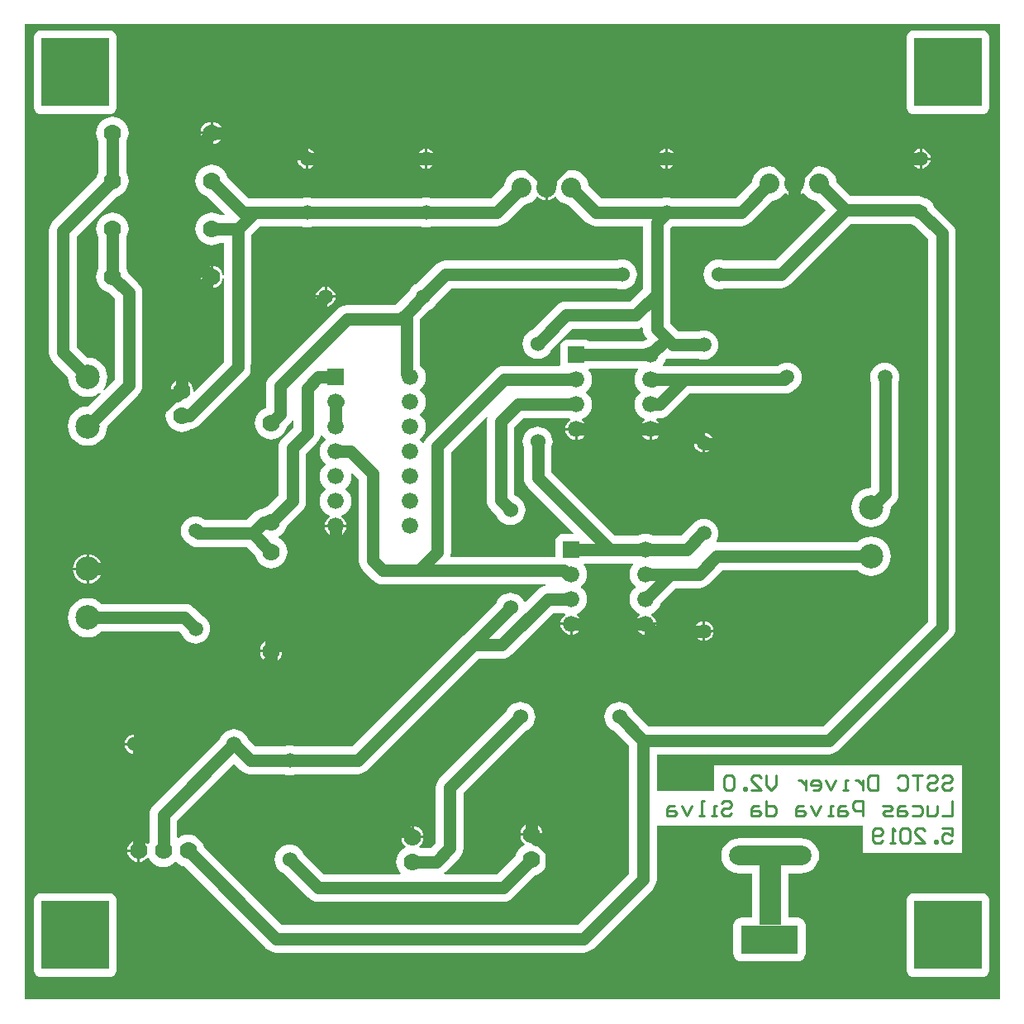
<source format=gbl>
G04 Layer_Physical_Order=2*
G04 Layer_Color=16711680*
%FSLAX25Y25*%
%MOIN*%
G70*
G01*
G75*
%ADD10C,0.01000*%
%ADD11C,0.07000*%
%ADD12C,0.06000*%
%ADD13C,0.09842*%
%ADD14C,0.05905*%
%ADD15R,0.06600X0.06600*%
%ADD16C,0.06600*%
%ADD17C,0.08000*%
%ADD18R,0.27559X0.27559*%
%ADD19C,0.07874*%
%ADD20C,0.05000*%
%ADD21R,0.25500X0.08000*%
%ADD22R,0.08500X0.24000*%
%ADD23R,0.23000X0.11500*%
G36*
X393500Y-393500D02*
X0D01*
Y0D01*
X393500D01*
Y-393500D01*
D02*
G37*
%LPC*%
G36*
X254771Y-242500D02*
X251000D01*
Y-246271D01*
X251623Y-246189D01*
X252669Y-245756D01*
X253567Y-245067D01*
X254256Y-244169D01*
X254689Y-243123D01*
X254771Y-242500D01*
D02*
G37*
G36*
X250000D02*
X246229D01*
X246311Y-243123D01*
X246744Y-244169D01*
X247433Y-245067D01*
X248331Y-245756D01*
X249377Y-246189D01*
X250000Y-246271D01*
Y-242500D01*
D02*
G37*
G36*
X274500Y-240949D02*
Y-244370D01*
X277921D01*
X277851Y-243838D01*
X277453Y-242877D01*
X276819Y-242051D01*
X275993Y-241417D01*
X275032Y-241019D01*
X274500Y-240949D01*
D02*
G37*
G36*
X273500D02*
X272968Y-241019D01*
X272007Y-241417D01*
X271181Y-242051D01*
X270547Y-242877D01*
X270149Y-243838D01*
X270079Y-244370D01*
X273500D01*
Y-240949D01*
D02*
G37*
G36*
X224771Y-242500D02*
X221000D01*
Y-246271D01*
X221622Y-246189D01*
X222669Y-245756D01*
X223567Y-245067D01*
X224256Y-244169D01*
X224689Y-243123D01*
X224771Y-242500D01*
D02*
G37*
G36*
X273500Y-245370D02*
X270079D01*
X270149Y-245902D01*
X270547Y-246864D01*
X271181Y-247689D01*
X272007Y-248323D01*
X272968Y-248721D01*
X273500Y-248791D01*
Y-245370D01*
D02*
G37*
G36*
X25500Y-231540D02*
X23947Y-231693D01*
X22454Y-232146D01*
X21078Y-232882D01*
X19872Y-233872D01*
X18882Y-235078D01*
X18146Y-236454D01*
X17693Y-237947D01*
X17540Y-239500D01*
X17693Y-241053D01*
X18146Y-242546D01*
X18882Y-243922D01*
X19872Y-245128D01*
X21078Y-246118D01*
X22454Y-246854D01*
X23947Y-247307D01*
X25500Y-247460D01*
X27053Y-247307D01*
X28546Y-246854D01*
X29922Y-246118D01*
X31128Y-245128D01*
X31195Y-245047D01*
X62332D01*
X63508Y-246224D01*
X64026Y-247193D01*
X64770Y-248100D01*
X65677Y-248844D01*
X66711Y-249396D01*
X67833Y-249737D01*
X69000Y-249852D01*
X70167Y-249737D01*
X71289Y-249396D01*
X72323Y-248844D01*
X73230Y-248100D01*
X73974Y-247193D01*
X74526Y-246159D01*
X74867Y-245037D01*
X74982Y-243870D01*
X74867Y-242703D01*
X74526Y-241581D01*
X73974Y-240547D01*
X73230Y-239640D01*
X72323Y-238897D01*
X71354Y-238378D01*
X68553Y-235577D01*
X67404Y-234696D01*
X66066Y-234142D01*
X64630Y-233952D01*
X31195D01*
X31128Y-233872D01*
X29922Y-232882D01*
X28546Y-232146D01*
X27053Y-231693D01*
X25500Y-231540D01*
D02*
G37*
G36*
X220000Y-242500D02*
X216229D01*
X216311Y-243123D01*
X216744Y-244169D01*
X217433Y-245067D01*
X218331Y-245756D01*
X219377Y-246189D01*
X220000Y-246271D01*
Y-242500D01*
D02*
G37*
G36*
X277921Y-245370D02*
X274500D01*
Y-248791D01*
X275032Y-248721D01*
X275993Y-248323D01*
X276819Y-247689D01*
X277453Y-246864D01*
X277851Y-245902D01*
X277921Y-245370D01*
D02*
G37*
G36*
X347000Y-136519D02*
X345833Y-136633D01*
X344711Y-136974D01*
X343677Y-137527D01*
X342770Y-138270D01*
X342026Y-139177D01*
X341474Y-140211D01*
X341133Y-141333D01*
X341018Y-142500D01*
X341133Y-143667D01*
X341453Y-144719D01*
Y-187045D01*
X339947Y-187193D01*
X338454Y-187646D01*
X337078Y-188382D01*
X335872Y-189372D01*
X334882Y-190578D01*
X334146Y-191954D01*
X333693Y-193447D01*
X333540Y-195000D01*
X333693Y-196553D01*
X334146Y-198046D01*
X334882Y-199422D01*
X335872Y-200628D01*
X337078Y-201618D01*
X338454Y-202354D01*
X339947Y-202807D01*
X341500Y-202960D01*
X343053Y-202807D01*
X344546Y-202354D01*
X345922Y-201618D01*
X347128Y-200628D01*
X348118Y-199422D01*
X348854Y-198046D01*
X349307Y-196553D01*
X349460Y-195000D01*
X349449Y-194896D01*
X350923Y-193423D01*
X350923Y-193423D01*
X351804Y-192274D01*
X352358Y-190936D01*
X352548Y-189500D01*
Y-144719D01*
X352867Y-143667D01*
X352982Y-142500D01*
X352867Y-141333D01*
X352526Y-140211D01*
X351974Y-139177D01*
X351230Y-138270D01*
X350323Y-137527D01*
X349289Y-136974D01*
X348167Y-136633D01*
X347000Y-136519D01*
D02*
G37*
G36*
X129771Y-203000D02*
X126000D01*
Y-206771D01*
X126622Y-206689D01*
X127669Y-206256D01*
X128567Y-205567D01*
X129256Y-204669D01*
X129689Y-203623D01*
X129771Y-203000D01*
D02*
G37*
G36*
X277921Y-169370D02*
X274500D01*
Y-172791D01*
X275032Y-172721D01*
X275993Y-172323D01*
X276819Y-171689D01*
X277453Y-170863D01*
X277851Y-169902D01*
X277921Y-169370D01*
D02*
G37*
G36*
X273500D02*
X270079D01*
X270149Y-169902D01*
X270547Y-170863D01*
X271181Y-171689D01*
X272007Y-172323D01*
X272968Y-172721D01*
X273500Y-172791D01*
Y-169370D01*
D02*
G37*
G36*
X125000Y-203000D02*
X121229D01*
X121311Y-203623D01*
X121744Y-204669D01*
X122433Y-205567D01*
X123331Y-206256D01*
X124378Y-206689D01*
X125000Y-206771D01*
Y-203000D01*
D02*
G37*
G36*
X31401Y-220315D02*
X26000D01*
Y-225716D01*
X26661Y-225651D01*
X27777Y-225312D01*
X28806Y-224762D01*
X29707Y-224022D01*
X30447Y-223121D01*
X30997Y-222092D01*
X31336Y-220976D01*
X31401Y-220315D01*
D02*
G37*
G36*
X25000D02*
X19599D01*
X19664Y-220976D01*
X20003Y-222092D01*
X20553Y-223121D01*
X21293Y-224022D01*
X22194Y-224762D01*
X23223Y-225312D01*
X24339Y-225651D01*
X25000Y-225716D01*
Y-220315D01*
D02*
G37*
G36*
X26000Y-213914D02*
Y-219315D01*
X31401D01*
X31336Y-218654D01*
X30997Y-217538D01*
X30447Y-216509D01*
X29707Y-215608D01*
X28806Y-214868D01*
X27777Y-214318D01*
X26661Y-213979D01*
X26000Y-213914D01*
D02*
G37*
G36*
X25000D02*
X24339Y-213979D01*
X23223Y-214318D01*
X22194Y-214868D01*
X21293Y-215608D01*
X20553Y-216509D01*
X20003Y-217538D01*
X19664Y-218654D01*
X19599Y-219315D01*
X25000D01*
Y-213914D01*
D02*
G37*
G36*
X156000Y-323527D02*
X155325Y-323616D01*
X154231Y-324069D01*
X153291Y-324791D01*
X152569Y-325731D01*
X152116Y-326825D01*
X152027Y-327500D01*
X156000D01*
Y-323527D01*
D02*
G37*
G36*
X200000Y-273471D02*
X198824Y-273587D01*
X197693Y-273930D01*
X196651Y-274487D01*
X195737Y-275237D01*
X194987Y-276150D01*
X194430Y-277193D01*
X194416Y-277239D01*
X167577Y-304077D01*
X166696Y-305226D01*
X166142Y-306564D01*
X165953Y-308000D01*
Y-330202D01*
X163702Y-332453D01*
X159910D01*
X159321Y-332138D01*
X159273Y-331545D01*
X159709Y-331209D01*
X160431Y-330269D01*
X160884Y-329175D01*
X160973Y-328500D01*
X156500D01*
X152027D01*
X152116Y-329175D01*
X152569Y-330269D01*
X153291Y-331209D01*
X153727Y-331545D01*
X153679Y-332138D01*
X152871Y-332569D01*
X151882Y-333382D01*
X151069Y-334371D01*
X150466Y-335501D01*
X150094Y-336726D01*
X149969Y-338000D01*
X150094Y-339274D01*
X150466Y-340499D01*
X151069Y-341629D01*
X151745Y-342453D01*
X151527Y-342952D01*
X120798D01*
X112584Y-334739D01*
X112570Y-334693D01*
X112013Y-333650D01*
X111263Y-332737D01*
X110350Y-331987D01*
X109307Y-331430D01*
X108176Y-331087D01*
X107000Y-330971D01*
X105824Y-331087D01*
X104693Y-331430D01*
X103650Y-331987D01*
X102737Y-332737D01*
X101987Y-333650D01*
X101430Y-334693D01*
X101087Y-335824D01*
X100971Y-337000D01*
X101087Y-338176D01*
X101430Y-339307D01*
X101987Y-340350D01*
X102737Y-341263D01*
X103650Y-342013D01*
X104693Y-342570D01*
X104739Y-342584D01*
X114577Y-352423D01*
X114577Y-352423D01*
X115726Y-353304D01*
X117064Y-353858D01*
X118500Y-354047D01*
X118500Y-354047D01*
X193000D01*
X194436Y-353858D01*
X195774Y-353304D01*
X196923Y-352423D01*
X206011Y-343334D01*
X206999Y-343034D01*
X208129Y-342431D01*
X209118Y-341618D01*
X209931Y-340629D01*
X210534Y-339499D01*
X210906Y-338274D01*
X211031Y-337000D01*
X210906Y-335726D01*
X210534Y-334501D01*
X209931Y-333371D01*
X209118Y-332382D01*
X208129Y-331569D01*
X207321Y-331138D01*
X207273Y-330545D01*
X207709Y-330209D01*
X208431Y-329269D01*
X208884Y-328175D01*
X208973Y-327500D01*
X204500D01*
Y-327000D01*
D01*
Y-327500D01*
X200027D01*
X200116Y-328175D01*
X200569Y-329269D01*
X201291Y-330209D01*
X201728Y-330545D01*
X201679Y-331138D01*
X200871Y-331569D01*
X199882Y-332382D01*
X199069Y-333371D01*
X198466Y-334501D01*
X198166Y-335489D01*
X190702Y-342952D01*
X169402D01*
X169232Y-342453D01*
X169923Y-341923D01*
X175423Y-336423D01*
X175423Y-336423D01*
X176304Y-335274D01*
X176858Y-333936D01*
X177048Y-332500D01*
Y-310298D01*
X202261Y-285084D01*
X202307Y-285070D01*
X203349Y-284513D01*
X204263Y-283763D01*
X205013Y-282850D01*
X205570Y-281807D01*
X205913Y-280676D01*
X206029Y-279500D01*
X205913Y-278324D01*
X205570Y-277193D01*
X205013Y-276150D01*
X204263Y-275237D01*
X203349Y-274487D01*
X202307Y-273930D01*
X201176Y-273587D01*
X200000Y-273471D01*
D02*
G37*
G36*
X204000Y-322527D02*
X203325Y-322616D01*
X202231Y-323069D01*
X201291Y-323791D01*
X200569Y-324731D01*
X200116Y-325825D01*
X200027Y-326500D01*
X204000D01*
Y-322527D01*
D02*
G37*
G36*
X157000Y-323527D02*
Y-327500D01*
X160973D01*
X160884Y-326825D01*
X160431Y-325731D01*
X159709Y-324791D01*
X158769Y-324069D01*
X157675Y-323616D01*
X157000Y-323527D01*
D02*
G37*
G36*
X45500Y-329027D02*
X44825Y-329116D01*
X43731Y-329569D01*
X42791Y-330291D01*
X42069Y-331231D01*
X41616Y-332325D01*
X41527Y-333000D01*
X45500D01*
Y-329027D01*
D02*
G37*
G36*
X386280Y-350695D02*
X358720D01*
X357937Y-350798D01*
X357207Y-351100D01*
X356581Y-351581D01*
X356100Y-352207D01*
X355798Y-352937D01*
X355695Y-353720D01*
Y-381279D01*
X355798Y-382063D01*
X356100Y-382792D01*
X356581Y-383419D01*
X357207Y-383900D01*
X357937Y-384202D01*
X358720Y-384305D01*
X386280D01*
X387063Y-384202D01*
X387792Y-383900D01*
X388419Y-383419D01*
X388900Y-382792D01*
X389202Y-382063D01*
X389305Y-381279D01*
Y-353720D01*
X389202Y-352937D01*
X388900Y-352207D01*
X388419Y-351581D01*
X387792Y-351100D01*
X387063Y-350798D01*
X386280Y-350695D01*
D02*
G37*
G36*
X34280D02*
X6720D01*
X5937Y-350798D01*
X5207Y-351100D01*
X4581Y-351581D01*
X4100Y-352207D01*
X3798Y-352937D01*
X3695Y-353720D01*
Y-381279D01*
X3798Y-382063D01*
X4100Y-382792D01*
X4581Y-383419D01*
X5207Y-383900D01*
X5937Y-384202D01*
X6720Y-384305D01*
X34280D01*
X35063Y-384202D01*
X35792Y-383900D01*
X36419Y-383419D01*
X36900Y-382792D01*
X37202Y-382063D01*
X37305Y-381279D01*
Y-353720D01*
X37202Y-352937D01*
X36900Y-352207D01*
X36419Y-351581D01*
X35792Y-351100D01*
X35063Y-350798D01*
X34280Y-350695D01*
D02*
G37*
G36*
X45500Y-334000D02*
X41527D01*
X41616Y-334675D01*
X42069Y-335769D01*
X42791Y-336709D01*
X43731Y-337431D01*
X44825Y-337884D01*
X45500Y-337973D01*
Y-334000D01*
D02*
G37*
G36*
X313500Y-328474D02*
X288000D01*
X287217Y-328577D01*
X287124Y-328616D01*
X286640Y-328663D01*
X285332Y-329060D01*
X284127Y-329704D01*
X283071Y-330571D01*
X282204Y-331627D01*
X281560Y-332833D01*
X281163Y-334140D01*
X281029Y-335500D01*
X281163Y-336860D01*
X281560Y-338168D01*
X282204Y-339373D01*
X283071Y-340429D01*
X284127Y-341296D01*
X285332Y-341940D01*
X286640Y-342337D01*
X287124Y-342384D01*
X287217Y-342423D01*
X288000Y-342526D01*
X293474D01*
Y-360474D01*
X289000D01*
X288217Y-360577D01*
X287487Y-360879D01*
X286860Y-361360D01*
X286380Y-361987D01*
X286077Y-362717D01*
X285974Y-363500D01*
Y-375000D01*
X286077Y-375783D01*
X286380Y-376513D01*
X286860Y-377140D01*
X287487Y-377621D01*
X288217Y-377923D01*
X289000Y-378026D01*
X312000D01*
X312783Y-377923D01*
X313513Y-377621D01*
X314140Y-377140D01*
X314620Y-376513D01*
X314923Y-375783D01*
X315026Y-375000D01*
Y-363500D01*
X314923Y-362717D01*
X314620Y-361987D01*
X314140Y-361360D01*
X313513Y-360879D01*
X312783Y-360577D01*
X312000Y-360474D01*
X308026D01*
Y-342526D01*
X313500D01*
X314283Y-342423D01*
X314376Y-342384D01*
X314860Y-342337D01*
X316167Y-341940D01*
X317373Y-341296D01*
X318429Y-340429D01*
X319296Y-339373D01*
X319940Y-338168D01*
X320337Y-336860D01*
X320471Y-335500D01*
X320337Y-334140D01*
X319940Y-332833D01*
X319296Y-331627D01*
X318429Y-330571D01*
X317373Y-329704D01*
X316167Y-329060D01*
X314860Y-328663D01*
X314376Y-328616D01*
X314283Y-328577D01*
X313500Y-328474D01*
D02*
G37*
G36*
X103973Y-253500D02*
X100000D01*
Y-257473D01*
X100675Y-257384D01*
X101769Y-256931D01*
X102709Y-256209D01*
X103431Y-255269D01*
X103884Y-254175D01*
X103973Y-253500D01*
D02*
G37*
G36*
X99000D02*
X95027D01*
X95116Y-254175D01*
X95569Y-255269D01*
X96291Y-256209D01*
X97231Y-256931D01*
X98325Y-257384D01*
X99000Y-257473D01*
Y-253500D01*
D02*
G37*
G36*
X100000Y-248527D02*
Y-252500D01*
X103973D01*
X103884Y-251825D01*
X103431Y-250731D01*
X102709Y-249791D01*
X101769Y-249069D01*
X100675Y-248616D01*
X100000Y-248527D01*
D02*
G37*
G36*
X99000D02*
X98325Y-248616D01*
X97231Y-249069D01*
X96291Y-249791D01*
X95569Y-250731D01*
X95116Y-251825D01*
X95027Y-252500D01*
X99000D01*
Y-248527D01*
D02*
G37*
G36*
X45000Y-286531D02*
Y-290000D01*
X48469D01*
X48397Y-289456D01*
X47994Y-288483D01*
X47353Y-287647D01*
X46517Y-287006D01*
X45544Y-286603D01*
X45000Y-286531D01*
D02*
G37*
G36*
X44000Y-291000D02*
X40531D01*
X40603Y-291544D01*
X41006Y-292517D01*
X41647Y-293353D01*
X42483Y-293994D01*
X43456Y-294397D01*
X44000Y-294469D01*
Y-291000D01*
D02*
G37*
G36*
X205000Y-322527D02*
Y-326500D01*
X208973D01*
X208884Y-325825D01*
X208431Y-324731D01*
X207709Y-323791D01*
X206769Y-323069D01*
X205675Y-322616D01*
X205000Y-322527D01*
D02*
G37*
G36*
X44000Y-286531D02*
X43456Y-286603D01*
X42483Y-287006D01*
X41647Y-287647D01*
X41006Y-288483D01*
X40603Y-289456D01*
X40531Y-290000D01*
X44000D01*
Y-286531D01*
D02*
G37*
G36*
X48469Y-291000D02*
X45000D01*
Y-294469D01*
X45544Y-294397D01*
X46517Y-293994D01*
X47353Y-293353D01*
X47994Y-292517D01*
X48397Y-291544D01*
X48469Y-291000D01*
D02*
G37*
G36*
X273500Y-164949D02*
X272968Y-165019D01*
X272007Y-165417D01*
X271181Y-166051D01*
X270547Y-166877D01*
X270149Y-167838D01*
X270079Y-168370D01*
X273500D01*
Y-164949D01*
D02*
G37*
G36*
X258500Y-50425D02*
X257968Y-50495D01*
X257007Y-50894D01*
X256181Y-51527D01*
X255547Y-52353D01*
X255149Y-53315D01*
X255079Y-53847D01*
X258500D01*
Y-50425D01*
D02*
G37*
G36*
X161500D02*
X160968Y-50495D01*
X160007Y-50894D01*
X159181Y-51527D01*
X158547Y-52353D01*
X158149Y-53315D01*
X158079Y-53847D01*
X161500D01*
Y-50425D01*
D02*
G37*
G36*
X114500Y-50425D02*
Y-53847D01*
X117921D01*
X117851Y-53315D01*
X117453Y-52353D01*
X116819Y-51527D01*
X115993Y-50894D01*
X115032Y-50495D01*
X114500Y-50425D01*
D02*
G37*
G36*
X361000Y-50425D02*
X360468Y-50495D01*
X359507Y-50894D01*
X358681Y-51527D01*
X358047Y-52353D01*
X357649Y-53315D01*
X357579Y-53847D01*
X361000D01*
Y-50425D01*
D02*
G37*
G36*
X113500D02*
X112968Y-50495D01*
X112007Y-50894D01*
X111181Y-51527D01*
X110547Y-52353D01*
X110149Y-53315D01*
X110079Y-53847D01*
X113500D01*
Y-50425D01*
D02*
G37*
G36*
X165921Y-54847D02*
X162500D01*
Y-58267D01*
X163032Y-58197D01*
X163993Y-57799D01*
X164819Y-57166D01*
X165453Y-56340D01*
X165851Y-55378D01*
X165921Y-54847D01*
D02*
G37*
G36*
X117921D02*
X114500D01*
Y-58267D01*
X115032Y-58197D01*
X115993Y-57799D01*
X116819Y-57166D01*
X117453Y-56340D01*
X117851Y-55378D01*
X117921Y-54847D01*
D02*
G37*
G36*
X365421D02*
X362000D01*
Y-58267D01*
X362532Y-58197D01*
X363493Y-57799D01*
X364319Y-57166D01*
X364953Y-56340D01*
X365351Y-55378D01*
X365421Y-54847D01*
D02*
G37*
G36*
X262921D02*
X259500D01*
Y-58267D01*
X260032Y-58197D01*
X260993Y-57799D01*
X261819Y-57166D01*
X262453Y-56340D01*
X262851Y-55378D01*
X262921Y-54847D01*
D02*
G37*
G36*
X76000Y-39527D02*
Y-43500D01*
X79973D01*
X79884Y-42825D01*
X79431Y-41731D01*
X78709Y-40791D01*
X77769Y-40069D01*
X76675Y-39616D01*
X76000Y-39527D01*
D02*
G37*
G36*
X75000D02*
X74325Y-39616D01*
X73231Y-40069D01*
X72291Y-40791D01*
X71569Y-41731D01*
X71116Y-42825D01*
X71027Y-43500D01*
X75000D01*
Y-39527D01*
D02*
G37*
G36*
X386280Y-2695D02*
X358720D01*
X357937Y-2798D01*
X357207Y-3100D01*
X356581Y-3581D01*
X356100Y-4208D01*
X355798Y-4937D01*
X355695Y-5720D01*
Y-33279D01*
X355798Y-34063D01*
X356100Y-34793D01*
X356581Y-35419D01*
X357207Y-35900D01*
X357937Y-36202D01*
X358720Y-36305D01*
X386280D01*
X387063Y-36202D01*
X387792Y-35900D01*
X388419Y-35419D01*
X388900Y-34793D01*
X389202Y-34063D01*
X389305Y-33279D01*
Y-5720D01*
X389202Y-4937D01*
X388900Y-4208D01*
X388419Y-3581D01*
X387792Y-3100D01*
X387063Y-2798D01*
X386280Y-2695D01*
D02*
G37*
G36*
X34280D02*
X6720D01*
X5937Y-2798D01*
X5207Y-3100D01*
X4581Y-3581D01*
X4100Y-4208D01*
X3798Y-4937D01*
X3695Y-5720D01*
Y-33279D01*
X3798Y-34063D01*
X4100Y-34793D01*
X4581Y-35419D01*
X5207Y-35900D01*
X5937Y-36202D01*
X6720Y-36305D01*
X34280D01*
X35063Y-36202D01*
X35792Y-35900D01*
X36419Y-35419D01*
X36900Y-34793D01*
X37202Y-34063D01*
X37305Y-33279D01*
Y-5720D01*
X37202Y-4937D01*
X36900Y-4208D01*
X36419Y-3581D01*
X35792Y-3100D01*
X35063Y-2798D01*
X34280Y-2695D01*
D02*
G37*
G36*
X79973Y-44500D02*
X76000D01*
Y-48473D01*
X76675Y-48384D01*
X77769Y-47931D01*
X78709Y-47209D01*
X79431Y-46269D01*
X79884Y-45175D01*
X79973Y-44500D01*
D02*
G37*
G36*
X259500Y-50425D02*
Y-53847D01*
X262921D01*
X262851Y-53315D01*
X262453Y-52353D01*
X261819Y-51527D01*
X260993Y-50894D01*
X260032Y-50495D01*
X259500Y-50425D01*
D02*
G37*
G36*
X162500D02*
Y-53847D01*
X165921D01*
X165851Y-53315D01*
X165453Y-52353D01*
X164819Y-51527D01*
X163993Y-50894D01*
X163032Y-50495D01*
X162500Y-50425D01*
D02*
G37*
G36*
X75000Y-44500D02*
X71027D01*
X71116Y-45175D01*
X71569Y-46269D01*
X72291Y-47209D01*
X73231Y-47931D01*
X74325Y-48384D01*
X75000Y-48473D01*
Y-44500D01*
D02*
G37*
G36*
X362000Y-50425D02*
Y-53847D01*
X365421D01*
X365351Y-53315D01*
X364953Y-52353D01*
X364319Y-51527D01*
X363493Y-50894D01*
X362532Y-50495D01*
X362000Y-50425D01*
D02*
G37*
G36*
X361000Y-54847D02*
X357579D01*
X357649Y-55378D01*
X358047Y-56340D01*
X358681Y-57166D01*
X359507Y-57799D01*
X360468Y-58197D01*
X361000Y-58267D01*
Y-54847D01*
D02*
G37*
G36*
X63000Y-143527D02*
X62325Y-143616D01*
X61231Y-144069D01*
X60291Y-144791D01*
X59569Y-145731D01*
X59116Y-146825D01*
X59027Y-147500D01*
X63000D01*
Y-143527D01*
D02*
G37*
G36*
X35500Y-37469D02*
X34226Y-37594D01*
X33000Y-37966D01*
X31871Y-38569D01*
X30882Y-39382D01*
X30069Y-40371D01*
X29466Y-41500D01*
X29094Y-42726D01*
X28969Y-44000D01*
X29094Y-45274D01*
X29466Y-46499D01*
X29952Y-47410D01*
Y-59923D01*
X29466Y-60834D01*
X29166Y-61822D01*
X11577Y-79411D01*
X10696Y-80560D01*
X10142Y-81898D01*
X9952Y-83333D01*
Y-132500D01*
X10142Y-133936D01*
X10696Y-135274D01*
X11577Y-136423D01*
X17551Y-142396D01*
X17540Y-142500D01*
X17693Y-144053D01*
X18146Y-145546D01*
X18882Y-146922D01*
X19872Y-148128D01*
X21078Y-149118D01*
X22454Y-149854D01*
X23947Y-150307D01*
X25500Y-150460D01*
X27053Y-150307D01*
X28546Y-149854D01*
X29922Y-149118D01*
X30437Y-148695D01*
X30773Y-149066D01*
X25604Y-154236D01*
X25500Y-154226D01*
X23947Y-154378D01*
X22454Y-154831D01*
X21078Y-155567D01*
X19872Y-156557D01*
X18882Y-157763D01*
X18146Y-159139D01*
X17693Y-160632D01*
X17540Y-162185D01*
X17693Y-163738D01*
X18146Y-165231D01*
X18882Y-166607D01*
X19872Y-167813D01*
X21078Y-168803D01*
X22454Y-169539D01*
X23947Y-169992D01*
X25500Y-170145D01*
X27053Y-169992D01*
X28546Y-169539D01*
X29922Y-168803D01*
X31128Y-167813D01*
X32118Y-166607D01*
X32854Y-165231D01*
X33307Y-163738D01*
X33460Y-162185D01*
X33449Y-162081D01*
X45923Y-149608D01*
X45923Y-149608D01*
X46804Y-148459D01*
X47358Y-147121D01*
X47548Y-145685D01*
Y-108500D01*
X47548Y-108500D01*
X47358Y-107064D01*
X46804Y-105726D01*
X45923Y-104577D01*
X41834Y-100489D01*
X41534Y-99501D01*
X41047Y-98590D01*
Y-86077D01*
X41534Y-85166D01*
X41906Y-83941D01*
X42031Y-82667D01*
X41906Y-81392D01*
X41534Y-80167D01*
X40931Y-79038D01*
X40118Y-78048D01*
X39129Y-77236D01*
X37999Y-76632D01*
X36774Y-76261D01*
X35500Y-76135D01*
X34226Y-76261D01*
X33000Y-76632D01*
X31871Y-77236D01*
X30882Y-78048D01*
X30069Y-79038D01*
X29466Y-80167D01*
X29094Y-81392D01*
X28969Y-82667D01*
X29094Y-83941D01*
X29466Y-85166D01*
X29952Y-86077D01*
Y-98590D01*
X29466Y-99501D01*
X29094Y-100726D01*
X28969Y-102000D01*
X29094Y-103274D01*
X29466Y-104499D01*
X30069Y-105629D01*
X30882Y-106618D01*
X31871Y-107431D01*
X33000Y-108034D01*
X33989Y-108334D01*
X36452Y-110798D01*
Y-143387D01*
X32066Y-147773D01*
X31695Y-147437D01*
X32118Y-146922D01*
X32854Y-145546D01*
X33307Y-144053D01*
X33460Y-142500D01*
X33307Y-140947D01*
X32854Y-139454D01*
X32118Y-138078D01*
X31128Y-136872D01*
X29922Y-135882D01*
X28546Y-135146D01*
X27053Y-134693D01*
X25500Y-134540D01*
X25396Y-134551D01*
X21047Y-130202D01*
Y-85631D01*
X37011Y-69667D01*
X37999Y-69368D01*
X39129Y-68764D01*
X40118Y-67952D01*
X40931Y-66962D01*
X41534Y-65833D01*
X41906Y-64608D01*
X42031Y-63333D01*
X41906Y-62059D01*
X41534Y-60834D01*
X41047Y-59923D01*
Y-47410D01*
X41534Y-46499D01*
X41906Y-45274D01*
X42031Y-44000D01*
X41906Y-42726D01*
X41534Y-41500D01*
X40931Y-40371D01*
X40118Y-39382D01*
X39129Y-38569D01*
X37999Y-37966D01*
X36774Y-37594D01*
X35500Y-37469D01*
D02*
G37*
G36*
X125421Y-110500D02*
X122000D01*
Y-113921D01*
X122532Y-113851D01*
X123493Y-113453D01*
X124319Y-112819D01*
X124953Y-111993D01*
X125351Y-111032D01*
X125421Y-110500D01*
D02*
G37*
G36*
X121000D02*
X117579D01*
X117649Y-111032D01*
X118047Y-111993D01*
X118681Y-112819D01*
X119507Y-113453D01*
X120468Y-113851D01*
X121000Y-113921D01*
Y-110500D01*
D02*
G37*
G36*
X256771Y-164000D02*
X253000D01*
Y-167771D01*
X253623Y-167689D01*
X254669Y-167256D01*
X255567Y-166567D01*
X256256Y-165669D01*
X256689Y-164622D01*
X256771Y-164000D01*
D02*
G37*
G36*
X222000D02*
X218229D01*
X218311Y-164622D01*
X218744Y-165669D01*
X219433Y-166567D01*
X220331Y-167256D01*
X221377Y-167689D01*
X222000Y-167771D01*
Y-164000D01*
D02*
G37*
G36*
X274500Y-164949D02*
Y-168370D01*
X277921D01*
X277851Y-167838D01*
X277453Y-166877D01*
X276819Y-166051D01*
X275993Y-165417D01*
X275032Y-165019D01*
X274500Y-164949D01*
D02*
G37*
G36*
X252000Y-164000D02*
X248229D01*
X248311Y-164622D01*
X248744Y-165669D01*
X249433Y-166567D01*
X250331Y-167256D01*
X251378Y-167689D01*
X252000Y-167771D01*
Y-164000D01*
D02*
G37*
G36*
X226771D02*
X223000D01*
Y-167771D01*
X223622Y-167689D01*
X224669Y-167256D01*
X225567Y-166567D01*
X226256Y-165669D01*
X226689Y-164622D01*
X226771Y-164000D01*
D02*
G37*
G36*
X113500Y-54847D02*
X110079D01*
X110149Y-55378D01*
X110547Y-56340D01*
X111181Y-57166D01*
X112007Y-57799D01*
X112968Y-58197D01*
X113500Y-58267D01*
Y-54847D01*
D02*
G37*
G36*
X320500Y-57466D02*
X319128Y-57601D01*
X317808Y-58002D01*
X316592Y-58652D01*
X315526Y-59526D01*
X314651Y-60592D01*
X314532Y-60817D01*
X313950Y-60845D01*
X313022Y-60132D01*
X311805Y-59629D01*
X311000Y-59523D01*
Y-64500D01*
Y-69477D01*
X311805Y-69371D01*
X313022Y-68867D01*
X313950Y-68155D01*
X314532Y-68183D01*
X314651Y-68408D01*
X315526Y-69474D01*
X316592Y-70349D01*
X317808Y-70999D01*
X319128Y-71399D01*
X319600Y-71445D01*
X323155Y-75000D01*
X302702Y-95452D01*
X282350D01*
X282307Y-95430D01*
X281176Y-95087D01*
X280000Y-94971D01*
X278824Y-95087D01*
X277693Y-95430D01*
X276651Y-95987D01*
X275737Y-96737D01*
X274987Y-97650D01*
X274430Y-98693D01*
X274087Y-99824D01*
X273971Y-101000D01*
X274087Y-102176D01*
X274430Y-103307D01*
X274987Y-104350D01*
X275737Y-105263D01*
X276651Y-106013D01*
X277693Y-106570D01*
X278824Y-106913D01*
X280000Y-107029D01*
X281176Y-106913D01*
X282307Y-106570D01*
X282350Y-106547D01*
X305000D01*
X306436Y-106358D01*
X307774Y-105804D01*
X308923Y-104923D01*
X333298Y-80547D01*
X357658D01*
X358177Y-80974D01*
X359146Y-81492D01*
X364453Y-86798D01*
Y-241202D01*
X322202Y-283453D01*
X251798D01*
X245584Y-277239D01*
X245570Y-277193D01*
X245013Y-276150D01*
X244263Y-275237D01*
X243350Y-274487D01*
X242307Y-273930D01*
X241176Y-273587D01*
X240000Y-273471D01*
X238824Y-273587D01*
X237693Y-273930D01*
X236650Y-274487D01*
X235737Y-275237D01*
X234987Y-276150D01*
X234430Y-277193D01*
X234087Y-278324D01*
X233971Y-279500D01*
X234087Y-280676D01*
X234430Y-281807D01*
X234987Y-282850D01*
X235737Y-283763D01*
X236650Y-284513D01*
X237693Y-285070D01*
X237739Y-285084D01*
X243952Y-291298D01*
Y-342702D01*
X223202Y-363453D01*
X103798D01*
X72334Y-331989D01*
X72034Y-331000D01*
X71431Y-329871D01*
X70618Y-328882D01*
X69629Y-328069D01*
X68499Y-327466D01*
X67274Y-327094D01*
X66000Y-326969D01*
X64726Y-327094D01*
X63500Y-327466D01*
X62371Y-328069D01*
X61999Y-328375D01*
X61547Y-328161D01*
Y-321298D01*
X84500Y-298345D01*
X87077Y-300923D01*
X88226Y-301804D01*
X89564Y-302358D01*
X91000Y-302548D01*
X91000Y-302548D01*
X104650D01*
X104693Y-302570D01*
X105824Y-302913D01*
X107000Y-303029D01*
X108176Y-302913D01*
X109307Y-302570D01*
X109350Y-302548D01*
X134500D01*
X135936Y-302358D01*
X137274Y-301804D01*
X138423Y-300923D01*
X183298Y-256048D01*
X192500D01*
X193936Y-255858D01*
X195274Y-255304D01*
X196423Y-254423D01*
X213298Y-237547D01*
X217514D01*
X218077Y-237849D01*
X218141Y-238390D01*
X217433Y-238933D01*
X216744Y-239831D01*
X216311Y-240878D01*
X216229Y-241500D01*
X224771D01*
X224689Y-240878D01*
X224256Y-239831D01*
X223567Y-238933D01*
X222859Y-238390D01*
X222923Y-237849D01*
X224017Y-237264D01*
X224976Y-236476D01*
X225764Y-235517D01*
X226349Y-234423D01*
X226709Y-233235D01*
X226831Y-232000D01*
X226709Y-230765D01*
X226349Y-229577D01*
X225764Y-228483D01*
X224976Y-227524D01*
X224643Y-227250D01*
Y-226750D01*
X224976Y-226476D01*
X225764Y-225517D01*
X226349Y-224423D01*
X226709Y-223235D01*
X226831Y-222000D01*
X226709Y-220765D01*
X226349Y-219577D01*
X225764Y-218483D01*
X225624Y-218312D01*
X225703Y-217621D01*
X225799Y-217547D01*
X245419D01*
X245633Y-218000D01*
X245236Y-218483D01*
X244651Y-219577D01*
X244291Y-220765D01*
X244169Y-222000D01*
X244291Y-223235D01*
X244651Y-224423D01*
X245236Y-225517D01*
X246024Y-226476D01*
X246357Y-226750D01*
Y-227250D01*
X246024Y-227524D01*
X245236Y-228483D01*
X244651Y-229577D01*
X244291Y-230765D01*
X244169Y-232000D01*
X244291Y-233235D01*
X244651Y-234423D01*
X245236Y-235517D01*
X246024Y-236476D01*
X246983Y-237264D01*
X248077Y-237849D01*
X248141Y-238390D01*
X247433Y-238933D01*
X246744Y-239831D01*
X246311Y-240878D01*
X246229Y-241500D01*
X254771D01*
X254689Y-240878D01*
X254256Y-239831D01*
X253567Y-238933D01*
X252859Y-238390D01*
X252923Y-237849D01*
X254017Y-237264D01*
X254976Y-236476D01*
X255764Y-235517D01*
X256349Y-234423D01*
X256534Y-233811D01*
X262798Y-227548D01*
X272000D01*
X273436Y-227358D01*
X274774Y-226804D01*
X275923Y-225923D01*
X281613Y-220233D01*
X335805D01*
X335872Y-220313D01*
X337078Y-221303D01*
X338454Y-222039D01*
X339947Y-222492D01*
X341500Y-222645D01*
X343053Y-222492D01*
X344546Y-222039D01*
X345922Y-221303D01*
X347128Y-220313D01*
X348118Y-219107D01*
X348854Y-217731D01*
X349307Y-216238D01*
X349460Y-214685D01*
X349307Y-213132D01*
X348854Y-211639D01*
X348118Y-210263D01*
X347128Y-209057D01*
X345922Y-208067D01*
X344546Y-207331D01*
X343053Y-206878D01*
X341500Y-206726D01*
X339947Y-206878D01*
X338454Y-207331D01*
X337078Y-208067D01*
X335872Y-209057D01*
X335805Y-209138D01*
X279361D01*
X279278Y-209070D01*
X279057Y-208667D01*
X279526Y-207789D01*
X279867Y-206667D01*
X279982Y-205500D01*
X279867Y-204333D01*
X279526Y-203211D01*
X278974Y-202177D01*
X278230Y-201270D01*
X277323Y-200526D01*
X276289Y-199974D01*
X275167Y-199633D01*
X274000Y-199519D01*
X272833Y-199633D01*
X271711Y-199974D01*
X270677Y-200526D01*
X269770Y-201270D01*
X269249Y-201905D01*
X264702Y-206452D01*
X253486D01*
X252923Y-206151D01*
X251735Y-205791D01*
X250500Y-205669D01*
X249265Y-205791D01*
X248077Y-206151D01*
X247514Y-206452D01*
X238298D01*
X212547Y-180702D01*
Y-170850D01*
X212570Y-170807D01*
X212913Y-169676D01*
X213029Y-168500D01*
X212913Y-167324D01*
X212570Y-166193D01*
X212013Y-165150D01*
X211263Y-164237D01*
X210349Y-163487D01*
X209307Y-162930D01*
X208176Y-162587D01*
X207000Y-162471D01*
X205824Y-162587D01*
X204693Y-162930D01*
X203650Y-163487D01*
X202737Y-164237D01*
X201987Y-165150D01*
X201430Y-166193D01*
X201087Y-167324D01*
X200971Y-168500D01*
X201087Y-169676D01*
X201430Y-170807D01*
X201452Y-170850D01*
Y-183000D01*
X201642Y-184436D01*
X202196Y-185774D01*
X203077Y-186923D01*
X221367Y-205212D01*
X221176Y-205674D01*
X217200D01*
X216417Y-205777D01*
X215687Y-206080D01*
X215060Y-206560D01*
X214580Y-207187D01*
X214277Y-207917D01*
X214174Y-208700D01*
Y-214952D01*
X172094D01*
X171817Y-214537D01*
X171858Y-214436D01*
X172047Y-213000D01*
Y-172798D01*
X186326Y-158519D01*
X186750Y-158802D01*
X186642Y-159064D01*
X186452Y-160500D01*
Y-192000D01*
X186642Y-193436D01*
X187196Y-194774D01*
X188077Y-195923D01*
X190416Y-198261D01*
X190430Y-198307D01*
X190987Y-199349D01*
X191737Y-200263D01*
X192650Y-201013D01*
X193693Y-201570D01*
X194824Y-201913D01*
X196000Y-202029D01*
X197176Y-201913D01*
X198307Y-201570D01*
X199349Y-201013D01*
X200263Y-200263D01*
X201013Y-199349D01*
X201570Y-198307D01*
X201913Y-197176D01*
X202029Y-196000D01*
X201913Y-194824D01*
X201570Y-193693D01*
X201013Y-192650D01*
X200263Y-191737D01*
X199349Y-190987D01*
X198307Y-190430D01*
X198261Y-190416D01*
X197547Y-189702D01*
Y-162798D01*
X201298Y-159047D01*
X219514D01*
X220077Y-159349D01*
X220141Y-159890D01*
X219433Y-160433D01*
X218744Y-161331D01*
X218311Y-162378D01*
X218229Y-163000D01*
X226771D01*
X226689Y-162378D01*
X226256Y-161331D01*
X225567Y-160433D01*
X224859Y-159890D01*
X224923Y-159349D01*
X226017Y-158764D01*
X226976Y-157976D01*
X227764Y-157017D01*
X228349Y-155923D01*
X228709Y-154735D01*
X228831Y-153500D01*
X228709Y-152265D01*
X228349Y-151077D01*
X227764Y-149983D01*
X226976Y-149024D01*
X226643Y-148750D01*
Y-148250D01*
X226976Y-147976D01*
X227764Y-147017D01*
X228349Y-145923D01*
X228709Y-144735D01*
X228831Y-143500D01*
X228709Y-142265D01*
X228349Y-141077D01*
X227764Y-139983D01*
X227624Y-139812D01*
X227703Y-139121D01*
X227799Y-139048D01*
X247419D01*
X247633Y-139499D01*
X247236Y-139983D01*
X246651Y-141077D01*
X246291Y-142265D01*
X246169Y-143500D01*
X246291Y-144735D01*
X246651Y-145923D01*
X247236Y-147017D01*
X248024Y-147976D01*
X248357Y-148250D01*
Y-148750D01*
X248024Y-149024D01*
X247236Y-149983D01*
X246651Y-151077D01*
X246291Y-152265D01*
X246169Y-153500D01*
X246291Y-154735D01*
X246651Y-155923D01*
X247236Y-157017D01*
X248024Y-157976D01*
X248983Y-158764D01*
X250077Y-159349D01*
X250141Y-159890D01*
X249433Y-160433D01*
X248744Y-161331D01*
X248311Y-162378D01*
X248229Y-163000D01*
X256771D01*
X256689Y-162378D01*
X256256Y-161331D01*
X255567Y-160433D01*
X254859Y-159890D01*
X254923Y-159349D01*
X255486Y-159047D01*
X256000D01*
X257436Y-158858D01*
X258774Y-158304D01*
X259923Y-157423D01*
X268298Y-149048D01*
X306630D01*
X308066Y-148858D01*
X309404Y-148304D01*
X309666Y-148103D01*
X309919Y-148026D01*
X310953Y-147474D01*
X311859Y-146730D01*
X312603Y-145823D01*
X313156Y-144789D01*
X313496Y-143667D01*
X313612Y-142500D01*
X313496Y-141333D01*
X313156Y-140211D01*
X312603Y-139177D01*
X311859Y-138270D01*
X310953Y-137527D01*
X309919Y-136974D01*
X308797Y-136633D01*
X307630Y-136519D01*
X306463Y-136633D01*
X305341Y-136974D01*
X304307Y-137527D01*
X303788Y-137952D01*
X266000D01*
X266000Y-137952D01*
X266000Y-137952D01*
X257581D01*
X257367Y-137501D01*
X257764Y-137017D01*
X258349Y-135923D01*
X258534Y-135311D01*
X259302Y-134543D01*
X260064Y-134858D01*
X261500Y-135047D01*
X271781D01*
X272833Y-135367D01*
X274000Y-135482D01*
X275167Y-135367D01*
X276289Y-135026D01*
X277323Y-134474D01*
X278230Y-133730D01*
X278974Y-132823D01*
X279526Y-131789D01*
X279867Y-130667D01*
X279982Y-129500D01*
X279867Y-128333D01*
X279526Y-127211D01*
X278974Y-126177D01*
X278230Y-125270D01*
X277323Y-124527D01*
X276289Y-123974D01*
X275167Y-123633D01*
X274000Y-123519D01*
X272833Y-123633D01*
X271781Y-123952D01*
X263798D01*
X262923Y-123077D01*
X262923Y-123077D01*
X260547Y-120702D01*
Y-109000D01*
X260547Y-109000D01*
X260547Y-109000D01*
Y-82298D01*
X261298Y-81547D01*
X289000D01*
X290436Y-81358D01*
X291774Y-80804D01*
X292923Y-79923D01*
X301400Y-71445D01*
X301872Y-71399D01*
X303192Y-70999D01*
X304408Y-70349D01*
X305474Y-69474D01*
X306348Y-68408D01*
X306468Y-68183D01*
X307050Y-68155D01*
X307978Y-68867D01*
X309195Y-69371D01*
X310000Y-69477D01*
Y-64500D01*
Y-59523D01*
X309195Y-59629D01*
X307978Y-60132D01*
X307050Y-60845D01*
X306468Y-60817D01*
X306348Y-60592D01*
X305474Y-59526D01*
X304408Y-58652D01*
X303192Y-58002D01*
X301872Y-57601D01*
X300500Y-57466D01*
X299128Y-57601D01*
X297808Y-58002D01*
X296592Y-58652D01*
X295526Y-59526D01*
X294652Y-60592D01*
X294002Y-61808D01*
X293601Y-63128D01*
X293555Y-63600D01*
X286702Y-70452D01*
X261219D01*
X260167Y-70133D01*
X259000Y-70018D01*
X257833Y-70133D01*
X256781Y-70452D01*
X232798D01*
X227445Y-65100D01*
X227399Y-64628D01*
X226998Y-63308D01*
X226348Y-62092D01*
X225474Y-61026D01*
X224408Y-60151D01*
X223192Y-59501D01*
X221872Y-59101D01*
X220500Y-58966D01*
X219128Y-59101D01*
X217808Y-59501D01*
X216592Y-60151D01*
X215526Y-61026D01*
X214651Y-62092D01*
X214532Y-62317D01*
X213950Y-62345D01*
X213022Y-61633D01*
X211805Y-61129D01*
X211000Y-61023D01*
Y-66000D01*
Y-70977D01*
X211805Y-70871D01*
X213022Y-70367D01*
X213950Y-69655D01*
X214532Y-69683D01*
X214651Y-69908D01*
X215526Y-70974D01*
X216592Y-71848D01*
X217808Y-72499D01*
X219128Y-72899D01*
X219600Y-72945D01*
X226577Y-79923D01*
X226577Y-79923D01*
X227726Y-80804D01*
X229064Y-81358D01*
X230500Y-81547D01*
X230500Y-81547D01*
X249452D01*
Y-106702D01*
X244202Y-111952D01*
X218500D01*
X218500Y-111952D01*
X217064Y-112142D01*
X215726Y-112696D01*
X214577Y-113577D01*
X214577Y-113577D01*
X204739Y-123416D01*
X204693Y-123430D01*
X203650Y-123987D01*
X202737Y-124737D01*
X201987Y-125651D01*
X201430Y-126693D01*
X201087Y-127824D01*
X200971Y-129000D01*
X201087Y-130176D01*
X201430Y-131307D01*
X201987Y-132350D01*
X202737Y-133263D01*
X203650Y-134013D01*
X204693Y-134570D01*
X205824Y-134913D01*
X207000Y-135029D01*
X208176Y-134913D01*
X209307Y-134570D01*
X210349Y-134013D01*
X211263Y-133263D01*
X212013Y-132350D01*
X212570Y-131307D01*
X212584Y-131261D01*
X220798Y-123047D01*
X246500D01*
X247936Y-122858D01*
X248953Y-122437D01*
X249452Y-122771D01*
Y-123000D01*
X249642Y-124436D01*
X250196Y-125774D01*
X251077Y-126923D01*
X251155Y-127000D01*
X250689Y-127466D01*
X250077Y-127651D01*
X249514Y-127953D01*
X227799D01*
X227313Y-127579D01*
X226583Y-127277D01*
X225800Y-127174D01*
X219200D01*
X218417Y-127277D01*
X217687Y-127579D01*
X217060Y-128060D01*
X216580Y-128687D01*
X216277Y-129417D01*
X216174Y-130200D01*
Y-136800D01*
X216260Y-137452D01*
X215957Y-137952D01*
X193500D01*
X193500Y-137952D01*
X192064Y-138142D01*
X190726Y-138696D01*
X189577Y-139577D01*
X189577Y-139577D01*
X162577Y-166577D01*
X161696Y-167726D01*
X161243Y-168819D01*
X161057Y-168883D01*
X160680Y-168881D01*
X159976Y-168024D01*
X159643Y-167750D01*
Y-167250D01*
X159976Y-166976D01*
X160764Y-166017D01*
X161349Y-164923D01*
X161709Y-163735D01*
X161830Y-162500D01*
X161709Y-161265D01*
X161349Y-160077D01*
X160764Y-158983D01*
X159976Y-158024D01*
X159643Y-157750D01*
Y-157250D01*
X159976Y-156976D01*
X160764Y-156017D01*
X161349Y-154923D01*
X161709Y-153735D01*
X161830Y-152500D01*
X161709Y-151265D01*
X161349Y-150077D01*
X160764Y-148983D01*
X159976Y-148024D01*
X159643Y-147750D01*
Y-147250D01*
X159976Y-146976D01*
X160764Y-146017D01*
X161349Y-144923D01*
X161709Y-143735D01*
X161830Y-142500D01*
X161709Y-141265D01*
X161349Y-140077D01*
X160764Y-138983D01*
X159976Y-138024D01*
X159547Y-137672D01*
Y-119168D01*
X163224Y-115492D01*
X164193Y-114973D01*
X165100Y-114230D01*
X165844Y-113323D01*
X166362Y-112354D01*
X172168Y-106547D01*
X238650D01*
X238693Y-106570D01*
X239824Y-106913D01*
X241000Y-107029D01*
X242176Y-106913D01*
X243307Y-106570D01*
X244350Y-106013D01*
X245263Y-105263D01*
X246013Y-104350D01*
X246570Y-103307D01*
X246913Y-102176D01*
X247029Y-101000D01*
X246913Y-99824D01*
X246570Y-98693D01*
X246013Y-97650D01*
X245263Y-96737D01*
X244350Y-95987D01*
X243307Y-95430D01*
X242176Y-95087D01*
X241000Y-94971D01*
X239824Y-95087D01*
X238693Y-95430D01*
X238650Y-95452D01*
X169870D01*
X168434Y-95642D01*
X167096Y-96196D01*
X165947Y-97077D01*
X158517Y-104508D01*
X157547Y-105026D01*
X156641Y-105770D01*
X155897Y-106677D01*
X155378Y-107647D01*
X149572Y-113452D01*
X130000D01*
X130000Y-113452D01*
X128564Y-113642D01*
X127226Y-114196D01*
X126077Y-115077D01*
X126077Y-115077D01*
X99077Y-142077D01*
X98196Y-143226D01*
X97642Y-144564D01*
X97452Y-146000D01*
Y-154829D01*
X97000Y-154966D01*
X95871Y-155569D01*
X94882Y-156382D01*
X94069Y-157371D01*
X93466Y-158501D01*
X93094Y-159726D01*
X92969Y-161000D01*
X93094Y-162274D01*
X93466Y-163499D01*
X94069Y-164629D01*
X94882Y-165618D01*
X95871Y-166431D01*
X97000Y-167034D01*
X98226Y-167406D01*
X99500Y-167531D01*
X100774Y-167406D01*
X101999Y-167034D01*
X103129Y-166431D01*
X104118Y-165618D01*
X104931Y-164629D01*
X105534Y-163499D01*
X105834Y-162511D01*
X106923Y-161423D01*
X106923Y-161423D01*
X107804Y-160274D01*
X107967Y-159882D01*
X108452Y-160015D01*
Y-162702D01*
X104077Y-167077D01*
X103196Y-168226D01*
X102642Y-169564D01*
X102453Y-171000D01*
Y-190202D01*
X97989Y-194666D01*
X97000Y-194966D01*
X95956Y-195524D01*
X95064Y-195642D01*
X93726Y-196196D01*
X92577Y-197077D01*
X89702Y-199952D01*
X72842D01*
X72323Y-199527D01*
X71289Y-198974D01*
X70167Y-198633D01*
X69000Y-198519D01*
X67833Y-198633D01*
X66711Y-198974D01*
X65677Y-199527D01*
X64770Y-200270D01*
X64026Y-201177D01*
X63474Y-202211D01*
X63133Y-203333D01*
X63018Y-204500D01*
X63133Y-205667D01*
X63474Y-206789D01*
X64026Y-207823D01*
X64770Y-208730D01*
X65677Y-209473D01*
X66711Y-210026D01*
X66964Y-210103D01*
X67226Y-210304D01*
X68564Y-210858D01*
X70000Y-211048D01*
X89702D01*
X93166Y-214511D01*
X93466Y-215499D01*
X94069Y-216629D01*
X94882Y-217618D01*
X95871Y-218431D01*
X97000Y-219034D01*
X98226Y-219406D01*
X99500Y-219531D01*
X100774Y-219406D01*
X101999Y-219034D01*
X103129Y-218431D01*
X104118Y-217618D01*
X104931Y-216629D01*
X105534Y-215499D01*
X105906Y-214274D01*
X106031Y-213000D01*
X105906Y-211726D01*
X105534Y-210501D01*
X104931Y-209371D01*
X104118Y-208382D01*
X103129Y-207569D01*
X102531Y-207250D01*
Y-206750D01*
X103129Y-206431D01*
X104118Y-205618D01*
X104931Y-204629D01*
X105534Y-203500D01*
X105834Y-202511D01*
X111923Y-196423D01*
X111923Y-196423D01*
X112804Y-195274D01*
X113358Y-193936D01*
X113548Y-192500D01*
X113548Y-192500D01*
Y-173298D01*
X117923Y-168923D01*
X118804Y-167774D01*
X119358Y-166436D01*
X119464Y-165633D01*
X119981Y-165539D01*
X120236Y-166017D01*
X121024Y-166976D01*
X121357Y-167250D01*
Y-167750D01*
X121024Y-168024D01*
X120236Y-168983D01*
X119651Y-170077D01*
X119291Y-171265D01*
X119169Y-172500D01*
X119291Y-173735D01*
X119651Y-174923D01*
X120236Y-176017D01*
X121024Y-176976D01*
X121357Y-177250D01*
Y-177750D01*
X121024Y-178024D01*
X120236Y-178983D01*
X119651Y-180077D01*
X119291Y-181265D01*
X119169Y-182500D01*
X119291Y-183735D01*
X119651Y-184923D01*
X120236Y-186017D01*
X121024Y-186976D01*
X121357Y-187250D01*
Y-187750D01*
X121024Y-188024D01*
X120236Y-188983D01*
X119651Y-190077D01*
X119291Y-191265D01*
X119169Y-192500D01*
X119291Y-193735D01*
X119651Y-194923D01*
X120236Y-196017D01*
X121024Y-196976D01*
X121983Y-197764D01*
X123077Y-198349D01*
X123141Y-198890D01*
X122433Y-199433D01*
X121744Y-200331D01*
X121311Y-201378D01*
X121229Y-202000D01*
X129771D01*
X129689Y-201378D01*
X129256Y-200331D01*
X128567Y-199433D01*
X127859Y-198890D01*
X127923Y-198349D01*
X129017Y-197764D01*
X129976Y-196976D01*
X130764Y-196017D01*
X131349Y-194923D01*
X131709Y-193735D01*
X131831Y-192500D01*
X131709Y-191265D01*
X131349Y-190077D01*
X130764Y-188983D01*
X129976Y-188024D01*
X129643Y-187750D01*
Y-187250D01*
X129976Y-186976D01*
X130764Y-186017D01*
X131349Y-184923D01*
X131709Y-183735D01*
X131831Y-182500D01*
X131709Y-181265D01*
X131698Y-181229D01*
X132127Y-180972D01*
X134952Y-183798D01*
Y-216500D01*
X135142Y-217936D01*
X135696Y-219274D01*
X136577Y-220423D01*
X140577Y-224423D01*
X140577Y-224423D01*
X141726Y-225304D01*
X143064Y-225858D01*
X144500Y-226047D01*
X210246D01*
X210279Y-226548D01*
X209564Y-226642D01*
X208226Y-227196D01*
X207077Y-228077D01*
X202028Y-233127D01*
X201460Y-232987D01*
X201013Y-232151D01*
X200263Y-231237D01*
X199349Y-230487D01*
X198307Y-229930D01*
X197176Y-229587D01*
X196000Y-229471D01*
X194824Y-229587D01*
X193693Y-229930D01*
X192650Y-230487D01*
X191737Y-231237D01*
X190987Y-232151D01*
X190430Y-233193D01*
X190416Y-233239D01*
X177077Y-246577D01*
X132202Y-291453D01*
X109350D01*
X109307Y-291430D01*
X108176Y-291087D01*
X107000Y-290971D01*
X105824Y-291087D01*
X104693Y-291430D01*
X104650Y-291453D01*
X93298D01*
X90084Y-288239D01*
X90070Y-288193D01*
X89513Y-287151D01*
X88763Y-286237D01*
X87849Y-285487D01*
X86807Y-284930D01*
X85676Y-284587D01*
X84500Y-284471D01*
X83324Y-284587D01*
X82193Y-284930D01*
X81151Y-285487D01*
X80237Y-286237D01*
X79487Y-287151D01*
X78930Y-288193D01*
X78916Y-288239D01*
X52077Y-315077D01*
X51196Y-316226D01*
X50642Y-317564D01*
X50453Y-319000D01*
Y-330090D01*
X50138Y-330679D01*
X49545Y-330728D01*
X49209Y-330291D01*
X48269Y-329569D01*
X47175Y-329116D01*
X46500Y-329027D01*
Y-333500D01*
Y-337973D01*
X47175Y-337884D01*
X48269Y-337431D01*
X49209Y-336709D01*
X49545Y-336273D01*
X50138Y-336321D01*
X50569Y-337129D01*
X51382Y-338118D01*
X52371Y-338931D01*
X53500Y-339534D01*
X54726Y-339906D01*
X56000Y-340031D01*
X57274Y-339906D01*
X58499Y-339534D01*
X59629Y-338931D01*
X60618Y-338118D01*
X60750Y-337958D01*
X61250D01*
X61382Y-338118D01*
X62371Y-338931D01*
X63500Y-339534D01*
X64489Y-339834D01*
X97577Y-372923D01*
X98726Y-373804D01*
X100064Y-374358D01*
X101500Y-374548D01*
X225500D01*
X226936Y-374358D01*
X228274Y-373804D01*
X229423Y-372923D01*
X253423Y-348923D01*
X253423Y-348923D01*
X254304Y-347774D01*
X254858Y-346436D01*
X255047Y-345000D01*
X255047Y-345000D01*
Y-323500D01*
X338010D01*
Y-334500D01*
X378000D01*
Y-323500D01*
Y-313000D01*
Y-299002D01*
X278030D01*
Y-309502D01*
X255047D01*
Y-294548D01*
X324500D01*
X325936Y-294358D01*
X327274Y-293804D01*
X328423Y-292923D01*
X373923Y-247423D01*
X373923Y-247423D01*
X374804Y-246274D01*
X375358Y-244936D01*
X375548Y-243500D01*
X375548Y-243500D01*
Y-84500D01*
X375548Y-84500D01*
X375358Y-83064D01*
X374804Y-81726D01*
X373923Y-80577D01*
X373923Y-80577D01*
X366992Y-73646D01*
X366474Y-72677D01*
X365730Y-71770D01*
X364823Y-71026D01*
X363789Y-70474D01*
X363536Y-70397D01*
X363274Y-70196D01*
X361936Y-69642D01*
X360500Y-69453D01*
X333298D01*
X327445Y-63600D01*
X327399Y-63128D01*
X326998Y-61808D01*
X326348Y-60592D01*
X325474Y-59526D01*
X324408Y-58652D01*
X323192Y-58002D01*
X321872Y-57601D01*
X320500Y-57466D01*
D02*
G37*
G36*
X258500Y-54847D02*
X255079D01*
X255149Y-55378D01*
X255547Y-56340D01*
X256181Y-57166D01*
X257007Y-57799D01*
X257968Y-58197D01*
X258500Y-58267D01*
Y-54847D01*
D02*
G37*
G36*
X161500D02*
X158079D01*
X158149Y-55378D01*
X158547Y-56340D01*
X159181Y-57166D01*
X160007Y-57799D01*
X160968Y-58197D01*
X161500Y-58267D01*
Y-54847D01*
D02*
G37*
G36*
X75500Y-56802D02*
X74226Y-56927D01*
X73001Y-57299D01*
X71871Y-57903D01*
X70882Y-58715D01*
X70069Y-59705D01*
X69466Y-60834D01*
X69094Y-62059D01*
X68969Y-63333D01*
X69094Y-64608D01*
X69466Y-65833D01*
X70069Y-66962D01*
X70882Y-67952D01*
X71871Y-68764D01*
X73001Y-69368D01*
X73989Y-69667D01*
X80979Y-76657D01*
X80787Y-77119D01*
X78910D01*
X78000Y-76632D01*
X76774Y-76261D01*
X75500Y-76135D01*
X74226Y-76261D01*
X73001Y-76632D01*
X71871Y-77236D01*
X70882Y-78048D01*
X70069Y-79038D01*
X69466Y-80167D01*
X69094Y-81392D01*
X68969Y-82667D01*
X69094Y-83941D01*
X69466Y-85166D01*
X70069Y-86295D01*
X70882Y-87285D01*
X71871Y-88097D01*
X73001Y-88701D01*
X74226Y-89073D01*
X75500Y-89198D01*
X76774Y-89073D01*
X78000Y-88701D01*
X78910Y-88214D01*
X80453D01*
Y-101312D01*
X79953Y-101345D01*
X79884Y-100825D01*
X79431Y-99731D01*
X78709Y-98791D01*
X77769Y-98069D01*
X76675Y-97616D01*
X76000Y-97527D01*
Y-102000D01*
Y-106473D01*
X76675Y-106384D01*
X77769Y-105931D01*
X78709Y-105209D01*
X79431Y-104269D01*
X79884Y-103175D01*
X79953Y-102655D01*
X80453Y-102688D01*
Y-136202D01*
X68467Y-148188D01*
X68028Y-147919D01*
X67884Y-146825D01*
X67431Y-145731D01*
X66709Y-144791D01*
X65769Y-144069D01*
X64675Y-143616D01*
X64000Y-143527D01*
Y-148000D01*
X63500D01*
Y-148500D01*
X59027D01*
X59116Y-149175D01*
X59569Y-150269D01*
X60291Y-151209D01*
X60728Y-151545D01*
X60679Y-152138D01*
X59871Y-152569D01*
X58882Y-153382D01*
X58069Y-154371D01*
X57466Y-155500D01*
X57094Y-156726D01*
X56969Y-158000D01*
X57094Y-159274D01*
X57466Y-160500D01*
X58069Y-161629D01*
X58882Y-162618D01*
X59871Y-163431D01*
X61001Y-164034D01*
X62226Y-164406D01*
X63500Y-164531D01*
X64774Y-164406D01*
X66000Y-164034D01*
X67044Y-163476D01*
X67936Y-163358D01*
X69274Y-162804D01*
X70423Y-161923D01*
X89923Y-142423D01*
X89923Y-142423D01*
X90804Y-141274D01*
X91358Y-139936D01*
X91548Y-138500D01*
Y-84965D01*
X94964Y-81547D01*
X111781D01*
X112833Y-81867D01*
X114000Y-81982D01*
X115167Y-81867D01*
X116219Y-81547D01*
X159781D01*
X160833Y-81867D01*
X162000Y-81982D01*
X163167Y-81867D01*
X164219Y-81547D01*
X190500D01*
X191936Y-81358D01*
X193274Y-80804D01*
X194423Y-79923D01*
X201400Y-72945D01*
X201872Y-72899D01*
X203192Y-72499D01*
X204408Y-71848D01*
X205474Y-70974D01*
X206348Y-69908D01*
X206468Y-69683D01*
X207050Y-69655D01*
X207978Y-70367D01*
X209195Y-70871D01*
X210000Y-70977D01*
Y-66000D01*
Y-61023D01*
X209195Y-61129D01*
X207978Y-61633D01*
X207050Y-62345D01*
X206468Y-62317D01*
X206348Y-62092D01*
X205474Y-61026D01*
X204408Y-60151D01*
X203192Y-59501D01*
X201872Y-59101D01*
X200500Y-58966D01*
X199128Y-59101D01*
X197808Y-59501D01*
X196592Y-60151D01*
X195526Y-61026D01*
X194651Y-62092D01*
X194001Y-63308D01*
X193601Y-64628D01*
X193555Y-65100D01*
X188202Y-70452D01*
X164219D01*
X163167Y-70133D01*
X162000Y-70018D01*
X160833Y-70133D01*
X159781Y-70452D01*
X116219D01*
X115167Y-70133D01*
X114000Y-70018D01*
X112833Y-70133D01*
X111781Y-70452D01*
X92667D01*
X92667Y-70452D01*
X92667Y-70452D01*
X90465D01*
X81834Y-61822D01*
X81534Y-60834D01*
X80931Y-59705D01*
X80118Y-58715D01*
X79129Y-57903D01*
X78000Y-57299D01*
X76774Y-56927D01*
X75500Y-56802D01*
D02*
G37*
G36*
X122000Y-106079D02*
Y-109500D01*
X125421D01*
X125351Y-108968D01*
X124953Y-108007D01*
X124319Y-107181D01*
X123493Y-106547D01*
X122532Y-106149D01*
X122000Y-106079D01*
D02*
G37*
G36*
X121000D02*
X120468Y-106149D01*
X119507Y-106547D01*
X118681Y-107181D01*
X118047Y-108007D01*
X117649Y-108968D01*
X117579Y-109500D01*
X121000D01*
Y-106079D01*
D02*
G37*
G36*
X75000Y-97527D02*
X74325Y-97616D01*
X73231Y-98069D01*
X72291Y-98791D01*
X71569Y-99731D01*
X71116Y-100825D01*
X71027Y-101500D01*
X75000D01*
Y-97527D01*
D02*
G37*
G36*
Y-102500D02*
X71027D01*
X71116Y-103175D01*
X71569Y-104269D01*
X72291Y-105209D01*
X73231Y-105931D01*
X74325Y-106384D01*
X75000Y-106473D01*
Y-102500D01*
D02*
G37*
%LPD*%
D10*
X370001Y-324502D02*
X374000D01*
Y-327501D01*
X372001Y-326501D01*
X371001D01*
X370001Y-327501D01*
Y-329500D01*
X371001Y-330500D01*
X373000D01*
X374000Y-329500D01*
X368002Y-330500D02*
Y-329500D01*
X367002D01*
Y-330500D01*
X368002D01*
X359005D02*
X363004D01*
X359005Y-326501D01*
Y-325502D01*
X360004Y-324502D01*
X362004D01*
X363004Y-325502D01*
X357006D02*
X356006Y-324502D01*
X354007D01*
X353007Y-325502D01*
Y-329500D01*
X354007Y-330500D01*
X356006D01*
X357006Y-329500D01*
Y-325502D01*
X351007Y-330500D02*
X349008D01*
X350008D01*
Y-324502D01*
X351007Y-325502D01*
X346009Y-329500D02*
X345009Y-330500D01*
X343010D01*
X342010Y-329500D01*
Y-325502D01*
X343010Y-324502D01*
X345009D01*
X346009Y-325502D01*
Y-326501D01*
X345009Y-327501D01*
X342010D01*
X374000Y-313502D02*
Y-319500D01*
X370001D01*
X368002Y-315501D02*
Y-318500D01*
X367002Y-319500D01*
X364003D01*
Y-315501D01*
X358005D02*
X361004D01*
X362004Y-316501D01*
Y-318500D01*
X361004Y-319500D01*
X358005D01*
X355006Y-315501D02*
X353007D01*
X352007Y-316501D01*
Y-319500D01*
X355006D01*
X356006Y-318500D01*
X355006Y-317501D01*
X352007D01*
X350008Y-319500D02*
X347009D01*
X346009Y-318500D01*
X347009Y-317501D01*
X349008D01*
X350008Y-316501D01*
X349008Y-315501D01*
X346009D01*
X338012Y-319500D02*
Y-313502D01*
X335013D01*
X334013Y-314502D01*
Y-316501D01*
X335013Y-317501D01*
X338012D01*
X331014Y-315501D02*
X329015D01*
X328015Y-316501D01*
Y-319500D01*
X331014D01*
X332014Y-318500D01*
X331014Y-317501D01*
X328015D01*
X326015Y-319500D02*
X324016D01*
X325016D01*
Y-315501D01*
X326015D01*
X321017D02*
X319018Y-319500D01*
X317018Y-315501D01*
X314019D02*
X312020D01*
X311020Y-316501D01*
Y-319500D01*
X314019D01*
X315019Y-318500D01*
X314019Y-317501D01*
X311020D01*
X299024Y-313502D02*
Y-319500D01*
X302023D01*
X303023Y-318500D01*
Y-316501D01*
X302023Y-315501D01*
X299024D01*
X296025D02*
X294026D01*
X293026Y-316501D01*
Y-319500D01*
X296025D01*
X297025Y-318500D01*
X296025Y-317501D01*
X293026D01*
X281030Y-314502D02*
X282030Y-313502D01*
X284029D01*
X285029Y-314502D01*
Y-315501D01*
X284029Y-316501D01*
X282030D01*
X281030Y-317501D01*
Y-318500D01*
X282030Y-319500D01*
X284029D01*
X285029Y-318500D01*
X279031Y-319500D02*
X277031D01*
X278031D01*
Y-315501D01*
X279031D01*
X274032Y-319500D02*
X272033D01*
X273033D01*
Y-313502D01*
X274032D01*
X269034Y-315501D02*
X267035Y-319500D01*
X265035Y-315501D01*
X262036D02*
X260037D01*
X259037Y-316501D01*
Y-319500D01*
X262036D01*
X263036Y-318500D01*
X262036Y-317501D01*
X259037D01*
X370001Y-304002D02*
X371001Y-303002D01*
X373000D01*
X374000Y-304002D01*
Y-305001D01*
X373000Y-306001D01*
X371001D01*
X370001Y-307001D01*
Y-308000D01*
X371001Y-309000D01*
X373000D01*
X374000Y-308000D01*
X364003Y-304002D02*
X365003Y-303002D01*
X367002D01*
X368002Y-304002D01*
Y-305001D01*
X367002Y-306001D01*
X365003D01*
X364003Y-307001D01*
Y-308000D01*
X365003Y-309000D01*
X367002D01*
X368002Y-308000D01*
X362004Y-303002D02*
X358005D01*
X360004D01*
Y-309000D01*
X352007Y-304002D02*
X353007Y-303002D01*
X355006D01*
X356006Y-304002D01*
Y-308000D01*
X355006Y-309000D01*
X353007D01*
X352007Y-308000D01*
X344010Y-303002D02*
Y-309000D01*
X341011D01*
X340011Y-308000D01*
Y-304002D01*
X341011Y-303002D01*
X344010D01*
X338012Y-305001D02*
Y-309000D01*
Y-307001D01*
X337012Y-306001D01*
X336012Y-305001D01*
X335013D01*
X332014Y-309000D02*
X330014D01*
X331014D01*
Y-305001D01*
X332014D01*
X327015D02*
X325016Y-309000D01*
X323017Y-305001D01*
X318018Y-309000D02*
X320018D01*
X321017Y-308000D01*
Y-306001D01*
X320018Y-305001D01*
X318018D01*
X317018Y-306001D01*
Y-307001D01*
X321017D01*
X315019Y-305001D02*
Y-309000D01*
Y-307001D01*
X314019Y-306001D01*
X313020Y-305001D01*
X312020D01*
X303023Y-303002D02*
Y-307001D01*
X301024Y-309000D01*
X299024Y-307001D01*
Y-303002D01*
X293026Y-309000D02*
X297025D01*
X293026Y-305001D01*
Y-304002D01*
X294026Y-303002D01*
X296025D01*
X297025Y-304002D01*
X291027Y-309000D02*
Y-308000D01*
X290027D01*
Y-309000D01*
X291027D01*
X286029Y-304002D02*
X285029Y-303002D01*
X283029D01*
X282030Y-304002D01*
Y-308000D01*
X283029Y-309000D01*
X285029D01*
X286029Y-308000D01*
Y-304002D01*
D11*
X99500Y-161000D02*
D03*
Y-201000D02*
D03*
Y-213000D02*
D03*
Y-253000D02*
D03*
X204500Y-327000D02*
D03*
Y-337000D02*
D03*
X66000Y-333500D02*
D03*
X56000D02*
D03*
X46000D02*
D03*
X35500Y-102000D02*
D03*
X75500D02*
D03*
X156500Y-328000D02*
D03*
Y-338000D02*
D03*
X35500Y-44000D02*
D03*
X75500D02*
D03*
Y-82667D02*
D03*
X35500D02*
D03*
X75500Y-63333D02*
D03*
X35500D02*
D03*
X63500Y-148000D02*
D03*
Y-158000D02*
D03*
D12*
X207000Y-168500D02*
D03*
Y-129000D02*
D03*
X84500Y-290500D02*
D03*
X44500D02*
D03*
X107000Y-337000D02*
D03*
Y-297000D02*
D03*
X240000Y-279500D02*
D03*
X200000D02*
D03*
X241000Y-101000D02*
D03*
X280000D02*
D03*
X196000Y-196000D02*
D03*
Y-235500D02*
D03*
D13*
X25500Y-239500D02*
D03*
Y-219815D02*
D03*
X341500Y-214685D02*
D03*
Y-195000D02*
D03*
X25500Y-142500D02*
D03*
Y-162185D02*
D03*
D14*
X69000Y-243870D02*
D03*
Y-204500D02*
D03*
X274000Y-168870D02*
D03*
Y-129500D02*
D03*
Y-244870D02*
D03*
Y-205500D02*
D03*
X121500Y-110000D02*
D03*
X160870D02*
D03*
X307630Y-142500D02*
D03*
X347000D02*
D03*
X259000Y-54347D02*
D03*
Y-76000D02*
D03*
X361500Y-54347D02*
D03*
Y-76000D02*
D03*
X114000Y-54347D02*
D03*
Y-76000D02*
D03*
X162000Y-54347D02*
D03*
Y-76000D02*
D03*
D15*
X125500Y-142500D02*
D03*
X220500Y-212000D02*
D03*
X222500Y-133500D02*
D03*
D16*
X125500Y-152500D02*
D03*
Y-162500D02*
D03*
Y-172500D02*
D03*
Y-182500D02*
D03*
Y-192500D02*
D03*
Y-202500D02*
D03*
X155500D02*
D03*
Y-192500D02*
D03*
Y-182500D02*
D03*
Y-172500D02*
D03*
Y-162500D02*
D03*
Y-152500D02*
D03*
Y-142500D02*
D03*
X220500Y-222000D02*
D03*
Y-232000D02*
D03*
Y-242000D02*
D03*
X250500D02*
D03*
Y-232000D02*
D03*
Y-222000D02*
D03*
Y-212000D02*
D03*
X222500Y-143500D02*
D03*
Y-153500D02*
D03*
Y-163500D02*
D03*
X252500D02*
D03*
Y-153500D02*
D03*
Y-143500D02*
D03*
Y-133500D02*
D03*
D17*
X220500Y-66000D02*
D03*
X210500D02*
D03*
X200500D02*
D03*
X320500Y-64500D02*
D03*
X310500D02*
D03*
X300500D02*
D03*
D18*
X20500Y-367500D02*
D03*
X372500D02*
D03*
Y-19500D02*
D03*
X20500D02*
D03*
D19*
X288000Y-335500D02*
D03*
X313500D02*
D03*
D20*
X92667Y-76000D02*
X114000D01*
X88167D02*
X92667D01*
X86000Y-82667D02*
X92667Y-76000D01*
X236000Y-212000D02*
X250500D01*
X220500D02*
X236000D01*
X207000Y-183000D02*
X236000Y-212000D01*
X207000Y-183000D02*
Y-168500D01*
X218500Y-117500D02*
X246500D01*
X207000Y-129000D02*
X218500Y-117500D01*
X255000Y-123000D02*
Y-109000D01*
Y-80000D01*
X246500Y-117500D02*
X255000Y-109000D01*
X199000Y-153500D02*
X222500D01*
X192000Y-160500D02*
X199000Y-153500D01*
X192000Y-192000D02*
Y-160500D01*
Y-192000D02*
X196000Y-196000D01*
X327500Y-111500D02*
X343500D01*
X276500D02*
X327500D01*
Y-145500D02*
Y-111500D01*
X303500Y-169500D02*
X327500Y-145500D01*
X274630Y-169500D02*
X303500D01*
X359500Y-220000D02*
Y-127500D01*
X313500Y-266000D02*
X359500Y-220000D01*
X343500Y-111500D02*
X359500Y-127500D01*
X222500Y-163500D02*
X252500D01*
X192500Y-250500D02*
X211000Y-232000D01*
X181000Y-250500D02*
X192500D01*
X211000Y-232000D02*
X220500D01*
X181000Y-250500D02*
X196000Y-235500D01*
X134500Y-297000D02*
X181000Y-250500D01*
X107000Y-297000D02*
X134500D01*
X219000Y-222000D02*
X220500D01*
X217500Y-220500D02*
X219000Y-222000D01*
X159000Y-220500D02*
X217500D01*
X159000D02*
X166500Y-213000D01*
X140500Y-216500D02*
X144500Y-220500D01*
X159000D01*
X140500Y-216500D02*
Y-181500D01*
X131500Y-172500D02*
X140500Y-181500D01*
X15500Y-132500D02*
X25500Y-142500D01*
X15500Y-132500D02*
Y-83333D01*
X35500Y-63333D01*
X25500Y-162185D02*
X42000Y-145685D01*
Y-108500D01*
X35500Y-102000D02*
X42000Y-108500D01*
X35500Y-102000D02*
Y-82667D01*
X59500Y-60000D02*
X75500Y-44000D01*
X59500Y-86000D02*
Y-60000D01*
Y-86000D02*
X75500Y-102000D01*
Y-44000D02*
X103654D01*
X114000Y-54347D01*
X162000D01*
X75500Y-63333D02*
X88167Y-76000D01*
X114000D02*
X162000D01*
X220500Y-66000D02*
X230500Y-76000D01*
X259000D01*
X75500Y-82667D02*
X86000D01*
X162000Y-76000D02*
X190500D01*
X200500Y-66000D01*
X162000Y-54347D02*
X200867D01*
X209000Y-62479D01*
Y-64500D02*
Y-62479D01*
Y-64500D02*
X210500Y-66000D01*
X220133Y-54347D02*
X259000D01*
X212000Y-62479D02*
X220133Y-54347D01*
X212000Y-64500D02*
Y-62479D01*
X210500Y-66000D02*
X212000Y-64500D01*
X259000Y-54347D02*
X302367D01*
X309000Y-60979D01*
Y-63000D02*
Y-60979D01*
Y-63000D02*
X310500Y-64500D01*
X259000Y-76000D02*
X289000D01*
X300500Y-64500D01*
X320500D02*
X331000Y-75000D01*
X360500D01*
X361500Y-76000D01*
X318633Y-54347D02*
X361500D01*
X312000Y-60979D02*
X318633Y-54347D01*
X312000Y-63000D02*
Y-60979D01*
X310500Y-64500D02*
X312000Y-63000D01*
X252500Y-133500D02*
X259000Y-127000D01*
X222500Y-133500D02*
X252500D01*
Y-143500D02*
X253000Y-144000D01*
X279315Y-214685D02*
X341500D01*
X272000Y-222000D02*
X279315Y-214685D01*
X250500Y-232000D02*
X260500Y-222000D01*
X250500D02*
X260500D01*
X272000D01*
X171500Y-308000D02*
X200000Y-279500D01*
X171500Y-332500D02*
Y-308000D01*
X166000Y-338000D02*
X171500Y-332500D01*
X156500Y-338000D02*
X166000D01*
X107000Y-337000D02*
X118500Y-348500D01*
X25500Y-239500D02*
X64630D01*
X69000Y-243870D01*
X92000Y-205500D02*
X99500Y-213000D01*
X70000Y-205500D02*
X92000D01*
X69000Y-204500D02*
X70000Y-205500D01*
X96500Y-201000D02*
X99500D01*
X92000Y-205500D02*
X96500Y-201000D01*
X99500D02*
X108000Y-192500D01*
Y-171000D01*
X118500Y-142500D02*
X125500D01*
X84500Y-290500D02*
X91000Y-297000D01*
X107000D01*
X56000Y-333500D02*
Y-319000D01*
X84500Y-290500D01*
X46000Y-333500D02*
Y-292000D01*
X44500Y-290500D02*
X46000Y-292000D01*
X99500Y-256500D02*
Y-253000D01*
X78000Y-278000D02*
X99500Y-256500D01*
X57000Y-278000D02*
X78000D01*
X44500Y-290500D02*
X57000Y-278000D01*
X125500Y-152500D02*
X126500D01*
X125500Y-162500D02*
Y-152500D01*
X154000Y-141000D02*
Y-116870D01*
Y-141000D02*
X155500Y-142500D01*
X125500Y-172500D02*
X131500D01*
X166500Y-213000D02*
Y-170500D01*
X193500Y-143500D01*
X222500D01*
X280000Y-101000D02*
X305000D01*
X331000Y-75000D01*
X169870Y-101000D02*
X241000D01*
X160870Y-110000D02*
X169870Y-101000D01*
X151870Y-119000D02*
X154000Y-116870D01*
X160870Y-110000D01*
X99500Y-253000D02*
X125500Y-227000D01*
Y-202500D01*
X99500Y-253000D02*
Y-238000D01*
X81315Y-219815D02*
X99500Y-238000D01*
X252500Y-163500D02*
X268630D01*
X274000Y-168870D01*
X253370Y-244870D02*
X273500D01*
X250500Y-242000D02*
X253370Y-244870D01*
X250500Y-212000D02*
X267000D01*
X273500Y-205500D01*
X306630Y-143500D02*
X307630Y-142500D01*
X252500Y-153500D02*
X256000D01*
X266000Y-143500D01*
X252500D02*
X266000D01*
X306630D01*
X261500Y-129500D02*
X274000D01*
X347000Y-189500D02*
Y-142500D01*
X341500Y-195000D02*
X347000Y-189500D01*
X220500Y-242000D02*
X234500D01*
X250500D01*
X66000Y-333500D02*
X101500Y-369000D01*
X204500Y-327000D02*
X206500Y-329000D01*
X207814D01*
X113500Y-359000D02*
X200000D01*
X86500Y-332000D02*
X113500Y-359000D01*
X86500Y-332000D02*
Y-318500D01*
X93000Y-312000D01*
X140500D01*
X156500Y-328000D01*
X361500Y-76000D02*
X370000Y-84500D01*
Y-243500D02*
Y-84500D01*
X249500Y-289000D02*
X324500D01*
X370000Y-243500D01*
X240000Y-279500D02*
X249500Y-289000D01*
X234500Y-266000D02*
X313500D01*
X234500D02*
Y-242000D01*
X255000Y-80000D02*
X259000Y-76000D01*
X255000Y-123000D02*
X259000Y-127000D01*
X261500Y-129500D01*
X266000Y-101000D02*
X276500Y-111500D01*
X266000Y-101000D02*
X266500Y-100500D01*
Y-93500D01*
X272000Y-88000D01*
X297500D01*
X310500Y-75000D01*
Y-64500D01*
X61500Y-150000D02*
X63500Y-148000D01*
X44500Y-162000D02*
X52578Y-153922D01*
X43000Y-219815D02*
X44500Y-218315D01*
X25500Y-219815D02*
X43000D01*
X81315D01*
X99500Y-161000D02*
X103000Y-157500D01*
X44500Y-218315D02*
Y-180000D01*
X274000Y-168870D02*
X274630Y-169500D01*
X63500Y-148000D02*
Y-114000D01*
X75500Y-102000D01*
X63500Y-158000D02*
X66500D01*
X86000Y-138500D01*
Y-82667D01*
X93500Y-138000D02*
X121500Y-110000D01*
X103000Y-157500D02*
Y-146000D01*
X130000Y-119000D01*
X151870D01*
X108000Y-171000D02*
X114000Y-165000D01*
Y-147000D01*
X118500Y-142500D01*
X35500Y-63333D02*
Y-44000D01*
X204500Y-296000D02*
X234500Y-266000D01*
X101500Y-369000D02*
X225500D01*
X249500Y-345000D01*
Y-289000D01*
X207814Y-329000D02*
X212500Y-333686D01*
Y-340814D02*
Y-333686D01*
X212000Y-341314D02*
X212500Y-340814D01*
X200000Y-359000D02*
X212000Y-347000D01*
Y-341314D01*
X204500Y-327000D02*
Y-296000D01*
X118500Y-348500D02*
X193000D01*
X204500Y-337000D01*
X44500Y-180000D02*
Y-162000D01*
X60186Y-150000D02*
X61500D01*
X52578Y-153922D02*
X56265D01*
X60186Y-150000D01*
X93500Y-145500D02*
Y-138000D01*
X44500Y-180000D02*
X59000D01*
X93500Y-145500D01*
D21*
X300750Y-335500D02*
D03*
D22*
Y-351500D02*
D03*
D23*
X300500Y-369250D02*
D03*
M02*

</source>
